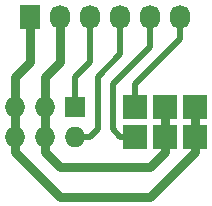
<source format=gbl>
%TF.GenerationSoftware,KiCad,Pcbnew,4.0.1-2.fc23-product*%
%TF.CreationDate,2016-03-10T00:19:46+01:00*%
%TF.ProjectId,getting_used_to,67657474696E675F757365645F746F2E,rev?*%
%TF.FileFunction,Copper,L2,Bot,Signal*%
%FSLAX46Y46*%
G04 Gerber Fmt 4.6, Leading zero omitted, Abs format (unit mm)*
G04 Created by KiCad (PCBNEW 4.0.1-2.fc23-product) date Thu 10 Mar 2016 12:19:46 AM CET*
%MOMM*%
G01*
G04 APERTURE LIST*
%ADD10C,0.100000*%
%ADD11R,1.727200X1.727200*%
%ADD12O,1.727200X1.727200*%
%ADD13R,1.727200X2.032000*%
%ADD14O,1.727200X2.032000*%
%ADD15R,2.000000X2.000000*%
%ADD16C,0.550000*%
%ADD17C,0.762000*%
G04 APERTURE END LIST*
D10*
D11*
X6985000Y24130000D03*
D12*
X6985000Y21590000D03*
X4445000Y24130000D03*
X4445000Y21590000D03*
X1905000Y24130000D03*
X1905000Y21590000D03*
D13*
X3175000Y31750000D03*
D14*
X5715000Y31750000D03*
X8255000Y31750000D03*
X10795000Y31750000D03*
X13335000Y31750000D03*
X15875000Y31750000D03*
D15*
X17145000Y24130000D03*
X17145000Y21590000D03*
X14605000Y24130000D03*
X14605000Y21590000D03*
X12065000Y24130000D03*
X12065000Y21590000D03*
D16*
X6985000Y24130000D02*
X6985000Y26670000D01*
X8255000Y27940000D02*
X8255000Y31750000D01*
X6985000Y26670000D02*
X8255000Y27940000D01*
X8890000Y22225000D02*
X8890000Y26035000D01*
X6985000Y21590000D02*
X8255000Y21590000D01*
X8255000Y21590000D02*
X8890000Y22225000D01*
X10795000Y28575000D02*
X10795000Y31750000D01*
X8890000Y26670000D02*
X10795000Y28575000D01*
X8890000Y26035000D02*
X8890000Y26670000D01*
D17*
X17145000Y21590000D02*
X17145000Y20320000D01*
X13335000Y16510000D02*
X17145000Y20320000D01*
X1905000Y20320000D02*
X1905000Y21590000D01*
X1905000Y20320000D02*
X5715000Y16510000D01*
X5715000Y16510000D02*
X13335000Y16510000D01*
X1905000Y24130000D02*
X1905000Y21590000D01*
X17145000Y24130000D02*
X17145000Y21590000D01*
X1905000Y24130000D02*
X1905000Y26670000D01*
X3175000Y27940000D02*
X3175000Y31750000D01*
X1905000Y26670000D02*
X3175000Y27940000D01*
X4445000Y21590000D02*
X4445000Y20320000D01*
X14605000Y20320000D02*
X14605000Y21590000D01*
X13335000Y19050000D02*
X14605000Y20320000D01*
X5715000Y19050000D02*
X13335000Y19050000D01*
X4445000Y20320000D02*
X5715000Y19050000D01*
X14605000Y24130000D02*
X14605000Y21590000D01*
X4445000Y24130000D02*
X4445000Y21590000D01*
X4445000Y24130000D02*
X4445000Y26670000D01*
X5715000Y27940000D02*
X5715000Y31750000D01*
X4445000Y26670000D02*
X5715000Y27940000D01*
D16*
X10160000Y25400000D02*
X10160000Y26035000D01*
X10795000Y21590000D02*
X10160000Y22225000D01*
X10160000Y22225000D02*
X10160000Y25400000D01*
X12065000Y21590000D02*
X10795000Y21590000D01*
X13335000Y29210000D02*
X13335000Y31750000D01*
X10160000Y26035000D02*
X13335000Y29210000D01*
X12065000Y24130000D02*
X12065000Y26035000D01*
X15875000Y29845000D02*
X15875000Y31750000D01*
X12065000Y26035000D02*
X15875000Y29845000D01*
X12065000Y24130000D02*
X12065000Y24765000D01*
M02*

</source>
